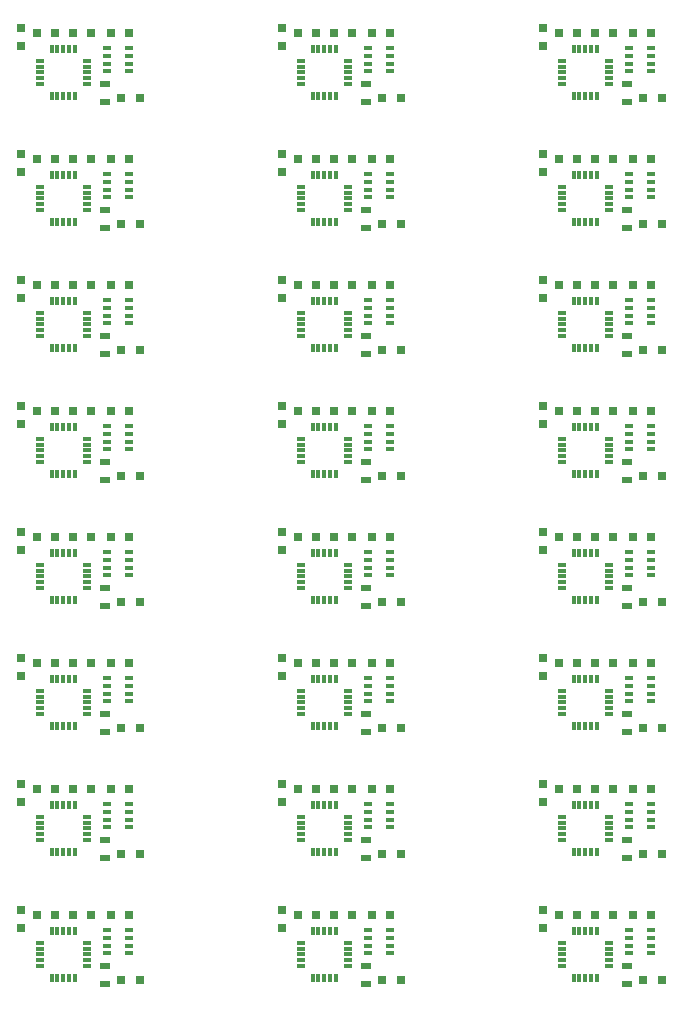
<source format=gbr>
G04 #@! TF.FileFunction,Paste,Top*
%FSLAX46Y46*%
G04 Gerber Fmt 4.6, Leading zero omitted, Abs format (unit mm)*
G04 Created by KiCad (PCBNEW 4.0.5+dfsg1-4) date Sun Jun 17 20:11:44 2018*
%MOMM*%
%LPD*%
G01*
G04 APERTURE LIST*
%ADD10C,0.100000*%
%ADD11R,0.800000X0.750000*%
%ADD12R,0.730000X0.300000*%
%ADD13R,0.300000X0.730000*%
%ADD14R,0.800000X0.350000*%
%ADD15R,0.800000X0.800000*%
%ADD16R,0.900000X0.500000*%
%ADD17R,0.750000X0.800000*%
G04 APERTURE END LIST*
D10*
D11*
X188607000Y-70993000D03*
X190107000Y-70993000D03*
X185547000Y-70992999D03*
X187047000Y-70992999D03*
D12*
X189731000Y-75311000D03*
X189731000Y-74811000D03*
X189731000Y-74311000D03*
X189731000Y-73811000D03*
X189731000Y-73311000D03*
D13*
X188766000Y-72346000D03*
X188266000Y-72346000D03*
X187766000Y-72346000D03*
X187266000Y-72346000D03*
X186766000Y-72346000D03*
D12*
X185801000Y-73311000D03*
X185801000Y-73811000D03*
X185801000Y-74311000D03*
X185801000Y-74811000D03*
X185801000Y-75311000D03*
D13*
X186766000Y-76276000D03*
X187266000Y-76276000D03*
X187766000Y-76276000D03*
X188266000Y-76276000D03*
X188766000Y-76276000D03*
D14*
X191455000Y-73563000D03*
X193355000Y-73563000D03*
X191455000Y-72913000D03*
X193355000Y-72913000D03*
X193355000Y-74213000D03*
X191455000Y-74213000D03*
X191455000Y-72263000D03*
X193355000Y-72263000D03*
D11*
X191782000Y-70993000D03*
X193282000Y-70993000D03*
D15*
X192621000Y-76454000D03*
X194221000Y-76454000D03*
D16*
X191262000Y-76811000D03*
X191262000Y-75311000D03*
D17*
X184150000Y-72082000D03*
X184150000Y-70582000D03*
D14*
X191455000Y-62895000D03*
X193355000Y-62895000D03*
X191455000Y-62245000D03*
X193355000Y-62245000D03*
X193355000Y-63545000D03*
X191455000Y-63545000D03*
X191455000Y-61595000D03*
X193355000Y-61595000D03*
D12*
X189731000Y-64643000D03*
X189731000Y-64143000D03*
X189731000Y-63643000D03*
X189731000Y-63143000D03*
X189731000Y-62643000D03*
D13*
X188766000Y-61678000D03*
X188266000Y-61678000D03*
X187766000Y-61678000D03*
X187266000Y-61678000D03*
X186766000Y-61678000D03*
D12*
X185801000Y-62643000D03*
X185801000Y-63143000D03*
X185801000Y-63643000D03*
X185801000Y-64143000D03*
X185801000Y-64643000D03*
D13*
X186766000Y-65608000D03*
X187266000Y-65608000D03*
X187766000Y-65608000D03*
X188266000Y-65608000D03*
X188766000Y-65608000D03*
D11*
X185547000Y-60324999D03*
X187047000Y-60324999D03*
D15*
X192621000Y-65786000D03*
X194221000Y-65786000D03*
D16*
X191262000Y-66143000D03*
X191262000Y-64643000D03*
D17*
X184150000Y-61414000D03*
X184150000Y-59914000D03*
D11*
X188607000Y-60325000D03*
X190107000Y-60325000D03*
X191782000Y-60325000D03*
X193282000Y-60325000D03*
D12*
X189731000Y-85979000D03*
X189731000Y-85479000D03*
X189731000Y-84979000D03*
X189731000Y-84479000D03*
X189731000Y-83979000D03*
D13*
X188766000Y-83014000D03*
X188266000Y-83014000D03*
X187766000Y-83014000D03*
X187266000Y-83014000D03*
X186766000Y-83014000D03*
D12*
X185801000Y-83979000D03*
X185801000Y-84479000D03*
X185801000Y-84979000D03*
X185801000Y-85479000D03*
X185801000Y-85979000D03*
D13*
X186766000Y-86944000D03*
X187266000Y-86944000D03*
X187766000Y-86944000D03*
X188266000Y-86944000D03*
X188766000Y-86944000D03*
D11*
X185547000Y-81660999D03*
X187047000Y-81660999D03*
X188607000Y-81661000D03*
X190107000Y-81661000D03*
D15*
X192621000Y-87122000D03*
X194221000Y-87122000D03*
D16*
X191262000Y-87479000D03*
X191262000Y-85979000D03*
D14*
X191455000Y-84231000D03*
X193355000Y-84231000D03*
X191455000Y-83581000D03*
X193355000Y-83581000D03*
X193355000Y-84881000D03*
X191455000Y-84881000D03*
X191455000Y-82931000D03*
X193355000Y-82931000D03*
D16*
X191262000Y-98147000D03*
X191262000Y-96647000D03*
D14*
X191455000Y-94899000D03*
X193355000Y-94899000D03*
X191455000Y-94249000D03*
X193355000Y-94249000D03*
X193355000Y-95549000D03*
X191455000Y-95549000D03*
X191455000Y-93599000D03*
X193355000Y-93599000D03*
D15*
X192621000Y-97790000D03*
X194221000Y-97790000D03*
D17*
X184150000Y-93418000D03*
X184150000Y-91918000D03*
D11*
X191782000Y-81661000D03*
X193282000Y-81661000D03*
D17*
X184150000Y-82750000D03*
X184150000Y-81250000D03*
D11*
X188607000Y-92329000D03*
X190107000Y-92329000D03*
X191782000Y-92329000D03*
X193282000Y-92329000D03*
X185547000Y-92328999D03*
X187047000Y-92328999D03*
D12*
X189731000Y-96647000D03*
X189731000Y-96147000D03*
X189731000Y-95647000D03*
X189731000Y-95147000D03*
X189731000Y-94647000D03*
D13*
X188766000Y-93682000D03*
X188266000Y-93682000D03*
X187766000Y-93682000D03*
X187266000Y-93682000D03*
X186766000Y-93682000D03*
D12*
X185801000Y-94647000D03*
X185801000Y-95147000D03*
X185801000Y-95647000D03*
X185801000Y-96147000D03*
X185801000Y-96647000D03*
D13*
X186766000Y-97612000D03*
X187266000Y-97612000D03*
X187766000Y-97612000D03*
X188266000Y-97612000D03*
X188766000Y-97612000D03*
D12*
X189731000Y-117983000D03*
X189731000Y-117483000D03*
X189731000Y-116983000D03*
X189731000Y-116483000D03*
X189731000Y-115983000D03*
D13*
X188766000Y-115018000D03*
X188266000Y-115018000D03*
X187766000Y-115018000D03*
X187266000Y-115018000D03*
X186766000Y-115018000D03*
D12*
X185801000Y-115983000D03*
X185801000Y-116483000D03*
X185801000Y-116983000D03*
X185801000Y-117483000D03*
X185801000Y-117983000D03*
D13*
X186766000Y-118948000D03*
X187266000Y-118948000D03*
X187766000Y-118948000D03*
X188266000Y-118948000D03*
X188766000Y-118948000D03*
D11*
X188607000Y-113665000D03*
X190107000Y-113665000D03*
X185547000Y-113664999D03*
X187047000Y-113664999D03*
D12*
X189731000Y-107315000D03*
X189731000Y-106815000D03*
X189731000Y-106315000D03*
X189731000Y-105815000D03*
X189731000Y-105315000D03*
D13*
X188766000Y-104350000D03*
X188266000Y-104350000D03*
X187766000Y-104350000D03*
X187266000Y-104350000D03*
X186766000Y-104350000D03*
D12*
X185801000Y-105315000D03*
X185801000Y-105815000D03*
X185801000Y-106315000D03*
X185801000Y-106815000D03*
X185801000Y-107315000D03*
D13*
X186766000Y-108280000D03*
X187266000Y-108280000D03*
X187766000Y-108280000D03*
X188266000Y-108280000D03*
X188766000Y-108280000D03*
D11*
X185547000Y-102996999D03*
X187047000Y-102996999D03*
D17*
X184150000Y-104086000D03*
X184150000Y-102586000D03*
D16*
X191262000Y-108815000D03*
X191262000Y-107315000D03*
D14*
X191455000Y-105567000D03*
X193355000Y-105567000D03*
X191455000Y-104917000D03*
X193355000Y-104917000D03*
X193355000Y-106217000D03*
X191455000Y-106217000D03*
X191455000Y-104267000D03*
X193355000Y-104267000D03*
D15*
X192621000Y-108458000D03*
X194221000Y-108458000D03*
D17*
X184150000Y-114754000D03*
X184150000Y-113254000D03*
D11*
X188607000Y-102997000D03*
X190107000Y-102997000D03*
X191782000Y-102997000D03*
X193282000Y-102997000D03*
D15*
X192621000Y-119126000D03*
X194221000Y-119126000D03*
D16*
X191262000Y-119483000D03*
X191262000Y-117983000D03*
D14*
X191455000Y-116235000D03*
X193355000Y-116235000D03*
X191455000Y-115585000D03*
X193355000Y-115585000D03*
X193355000Y-116885000D03*
X191455000Y-116885000D03*
X191455000Y-114935000D03*
X193355000Y-114935000D03*
D11*
X191782000Y-113665000D03*
X193282000Y-113665000D03*
X185547000Y-124332999D03*
X187047000Y-124332999D03*
D12*
X189731000Y-128651000D03*
X189731000Y-128151000D03*
X189731000Y-127651000D03*
X189731000Y-127151000D03*
X189731000Y-126651000D03*
D13*
X188766000Y-125686000D03*
X188266000Y-125686000D03*
X187766000Y-125686000D03*
X187266000Y-125686000D03*
X186766000Y-125686000D03*
D12*
X185801000Y-126651000D03*
X185801000Y-127151000D03*
X185801000Y-127651000D03*
X185801000Y-128151000D03*
X185801000Y-128651000D03*
D13*
X186766000Y-129616000D03*
X187266000Y-129616000D03*
X187766000Y-129616000D03*
X188266000Y-129616000D03*
X188766000Y-129616000D03*
D11*
X188607000Y-124333000D03*
X190107000Y-124333000D03*
D14*
X191455000Y-126903000D03*
X193355000Y-126903000D03*
X191455000Y-126253000D03*
X193355000Y-126253000D03*
X193355000Y-127553000D03*
X191455000Y-127553000D03*
X191455000Y-125603000D03*
X193355000Y-125603000D03*
D16*
X191262000Y-130151000D03*
X191262000Y-128651000D03*
D15*
X192621000Y-129794000D03*
X194221000Y-129794000D03*
X192621000Y-140462000D03*
X194221000Y-140462000D03*
D11*
X191782000Y-135001000D03*
X193282000Y-135001000D03*
D16*
X191262000Y-140819000D03*
X191262000Y-139319000D03*
D14*
X191455000Y-137571000D03*
X193355000Y-137571000D03*
X191455000Y-136921000D03*
X193355000Y-136921000D03*
X193355000Y-138221000D03*
X191455000Y-138221000D03*
X191455000Y-136271000D03*
X193355000Y-136271000D03*
D11*
X185547000Y-135000999D03*
X187047000Y-135000999D03*
D12*
X189731000Y-139319000D03*
X189731000Y-138819000D03*
X189731000Y-138319000D03*
X189731000Y-137819000D03*
X189731000Y-137319000D03*
D13*
X188766000Y-136354000D03*
X188266000Y-136354000D03*
X187766000Y-136354000D03*
X187266000Y-136354000D03*
X186766000Y-136354000D03*
D12*
X185801000Y-137319000D03*
X185801000Y-137819000D03*
X185801000Y-138319000D03*
X185801000Y-138819000D03*
X185801000Y-139319000D03*
D13*
X186766000Y-140284000D03*
X187266000Y-140284000D03*
X187766000Y-140284000D03*
X188266000Y-140284000D03*
X188766000Y-140284000D03*
D11*
X188607000Y-135001000D03*
X190107000Y-135001000D03*
D17*
X184150000Y-136090000D03*
X184150000Y-134590000D03*
X184150000Y-125422000D03*
X184150000Y-123922000D03*
D11*
X191782000Y-124333000D03*
X193282000Y-124333000D03*
D14*
X169357000Y-62895000D03*
X171257000Y-62895000D03*
X169357000Y-62245000D03*
X171257000Y-62245000D03*
X171257000Y-63545000D03*
X169357000Y-63545000D03*
X169357000Y-61595000D03*
X171257000Y-61595000D03*
D11*
X169684000Y-60325000D03*
X171184000Y-60325000D03*
D15*
X170523000Y-65786000D03*
X172123000Y-65786000D03*
D16*
X169164000Y-66143000D03*
X169164000Y-64643000D03*
D17*
X162052000Y-61414000D03*
X162052000Y-59914000D03*
D11*
X163449000Y-60324999D03*
X164949000Y-60324999D03*
D12*
X167633000Y-64643000D03*
X167633000Y-64143000D03*
X167633000Y-63643000D03*
X167633000Y-63143000D03*
X167633000Y-62643000D03*
D13*
X166668000Y-61678000D03*
X166168000Y-61678000D03*
X165668000Y-61678000D03*
X165168000Y-61678000D03*
X164668000Y-61678000D03*
D12*
X163703000Y-62643000D03*
X163703000Y-63143000D03*
X163703000Y-63643000D03*
X163703000Y-64143000D03*
X163703000Y-64643000D03*
D13*
X164668000Y-65608000D03*
X165168000Y-65608000D03*
X165668000Y-65608000D03*
X166168000Y-65608000D03*
X166668000Y-65608000D03*
D11*
X166509000Y-60325000D03*
X168009000Y-60325000D03*
X169684000Y-81661000D03*
X171184000Y-81661000D03*
D15*
X170523000Y-87122000D03*
X172123000Y-87122000D03*
D16*
X169164000Y-87479000D03*
X169164000Y-85979000D03*
D14*
X169357000Y-84231000D03*
X171257000Y-84231000D03*
X169357000Y-83581000D03*
X171257000Y-83581000D03*
X171257000Y-84881000D03*
X169357000Y-84881000D03*
X169357000Y-82931000D03*
X171257000Y-82931000D03*
D12*
X167633000Y-85979000D03*
X167633000Y-85479000D03*
X167633000Y-84979000D03*
X167633000Y-84479000D03*
X167633000Y-83979000D03*
D13*
X166668000Y-83014000D03*
X166168000Y-83014000D03*
X165668000Y-83014000D03*
X165168000Y-83014000D03*
X164668000Y-83014000D03*
D12*
X163703000Y-83979000D03*
X163703000Y-84479000D03*
X163703000Y-84979000D03*
X163703000Y-85479000D03*
X163703000Y-85979000D03*
D13*
X164668000Y-86944000D03*
X165168000Y-86944000D03*
X165668000Y-86944000D03*
X166168000Y-86944000D03*
X166668000Y-86944000D03*
D17*
X162052000Y-82750000D03*
X162052000Y-81250000D03*
D11*
X163449000Y-81660999D03*
X164949000Y-81660999D03*
X166509000Y-81661000D03*
X168009000Y-81661000D03*
D16*
X169164000Y-76811000D03*
X169164000Y-75311000D03*
D15*
X170523000Y-76454000D03*
X172123000Y-76454000D03*
D14*
X169357000Y-73563000D03*
X171257000Y-73563000D03*
X169357000Y-72913000D03*
X171257000Y-72913000D03*
X171257000Y-74213000D03*
X169357000Y-74213000D03*
X169357000Y-72263000D03*
X171257000Y-72263000D03*
D11*
X169684000Y-70993000D03*
X171184000Y-70993000D03*
D17*
X162052000Y-72082000D03*
X162052000Y-70582000D03*
D11*
X163449000Y-70992999D03*
X164949000Y-70992999D03*
X166509000Y-70993000D03*
X168009000Y-70993000D03*
D12*
X167633000Y-75311000D03*
X167633000Y-74811000D03*
X167633000Y-74311000D03*
X167633000Y-73811000D03*
X167633000Y-73311000D03*
D13*
X166668000Y-72346000D03*
X166168000Y-72346000D03*
X165668000Y-72346000D03*
X165168000Y-72346000D03*
X164668000Y-72346000D03*
D12*
X163703000Y-73311000D03*
X163703000Y-73811000D03*
X163703000Y-74311000D03*
X163703000Y-74811000D03*
X163703000Y-75311000D03*
D13*
X164668000Y-76276000D03*
X165168000Y-76276000D03*
X165668000Y-76276000D03*
X166168000Y-76276000D03*
X166668000Y-76276000D03*
D11*
X169684000Y-124333000D03*
X171184000Y-124333000D03*
D15*
X170523000Y-129794000D03*
X172123000Y-129794000D03*
D14*
X169357000Y-126903000D03*
X171257000Y-126903000D03*
X169357000Y-126253000D03*
X171257000Y-126253000D03*
X171257000Y-127553000D03*
X169357000Y-127553000D03*
X169357000Y-125603000D03*
X171257000Y-125603000D03*
D17*
X162052000Y-125422000D03*
X162052000Y-123922000D03*
D11*
X163449000Y-124332999D03*
X164949000Y-124332999D03*
X166509000Y-124333000D03*
X168009000Y-124333000D03*
D12*
X167633000Y-128651000D03*
X167633000Y-128151000D03*
X167633000Y-127651000D03*
X167633000Y-127151000D03*
X167633000Y-126651000D03*
D13*
X166668000Y-125686000D03*
X166168000Y-125686000D03*
X165668000Y-125686000D03*
X165168000Y-125686000D03*
X164668000Y-125686000D03*
D12*
X163703000Y-126651000D03*
X163703000Y-127151000D03*
X163703000Y-127651000D03*
X163703000Y-128151000D03*
X163703000Y-128651000D03*
D13*
X164668000Y-129616000D03*
X165168000Y-129616000D03*
X165668000Y-129616000D03*
X166168000Y-129616000D03*
X166668000Y-129616000D03*
D16*
X169164000Y-130151000D03*
X169164000Y-128651000D03*
D17*
X162052000Y-114754000D03*
X162052000Y-113254000D03*
D12*
X167633000Y-117983000D03*
X167633000Y-117483000D03*
X167633000Y-116983000D03*
X167633000Y-116483000D03*
X167633000Y-115983000D03*
D13*
X166668000Y-115018000D03*
X166168000Y-115018000D03*
X165668000Y-115018000D03*
X165168000Y-115018000D03*
X164668000Y-115018000D03*
D12*
X163703000Y-115983000D03*
X163703000Y-116483000D03*
X163703000Y-116983000D03*
X163703000Y-117483000D03*
X163703000Y-117983000D03*
D13*
X164668000Y-118948000D03*
X165168000Y-118948000D03*
X165668000Y-118948000D03*
X166168000Y-118948000D03*
X166668000Y-118948000D03*
D11*
X163449000Y-113664999D03*
X164949000Y-113664999D03*
X166509000Y-113665000D03*
X168009000Y-113665000D03*
X169684000Y-113665000D03*
X171184000Y-113665000D03*
D14*
X169357000Y-116235000D03*
X171257000Y-116235000D03*
X169357000Y-115585000D03*
X171257000Y-115585000D03*
X171257000Y-116885000D03*
X169357000Y-116885000D03*
X169357000Y-114935000D03*
X171257000Y-114935000D03*
D15*
X170523000Y-119126000D03*
X172123000Y-119126000D03*
D16*
X169164000Y-119483000D03*
X169164000Y-117983000D03*
X169164000Y-140819000D03*
X169164000Y-139319000D03*
D15*
X170523000Y-140462000D03*
X172123000Y-140462000D03*
D11*
X166509000Y-135001000D03*
X168009000Y-135001000D03*
D12*
X167633000Y-139319000D03*
X167633000Y-138819000D03*
X167633000Y-138319000D03*
X167633000Y-137819000D03*
X167633000Y-137319000D03*
D13*
X166668000Y-136354000D03*
X166168000Y-136354000D03*
X165668000Y-136354000D03*
X165168000Y-136354000D03*
X164668000Y-136354000D03*
D12*
X163703000Y-137319000D03*
X163703000Y-137819000D03*
X163703000Y-138319000D03*
X163703000Y-138819000D03*
X163703000Y-139319000D03*
D13*
X164668000Y-140284000D03*
X165168000Y-140284000D03*
X165668000Y-140284000D03*
X166168000Y-140284000D03*
X166668000Y-140284000D03*
D17*
X162052000Y-136090000D03*
X162052000Y-134590000D03*
D11*
X163449000Y-135000999D03*
X164949000Y-135000999D03*
D14*
X169357000Y-137571000D03*
X171257000Y-137571000D03*
X169357000Y-136921000D03*
X171257000Y-136921000D03*
X171257000Y-138221000D03*
X169357000Y-138221000D03*
X169357000Y-136271000D03*
X171257000Y-136271000D03*
D11*
X169684000Y-135001000D03*
X171184000Y-135001000D03*
D16*
X169164000Y-98147000D03*
X169164000Y-96647000D03*
D15*
X170523000Y-97790000D03*
X172123000Y-97790000D03*
D14*
X169357000Y-94899000D03*
X171257000Y-94899000D03*
X169357000Y-94249000D03*
X171257000Y-94249000D03*
X171257000Y-95549000D03*
X169357000Y-95549000D03*
X169357000Y-93599000D03*
X171257000Y-93599000D03*
D11*
X169684000Y-102997000D03*
X171184000Y-102997000D03*
D15*
X170523000Y-108458000D03*
X172123000Y-108458000D03*
D14*
X169357000Y-105567000D03*
X171257000Y-105567000D03*
X169357000Y-104917000D03*
X171257000Y-104917000D03*
X171257000Y-106217000D03*
X169357000Y-106217000D03*
X169357000Y-104267000D03*
X171257000Y-104267000D03*
D11*
X163449000Y-92328999D03*
X164949000Y-92328999D03*
X169684000Y-92329000D03*
X171184000Y-92329000D03*
X166509000Y-92329000D03*
X168009000Y-92329000D03*
D12*
X167633000Y-96647000D03*
X167633000Y-96147000D03*
X167633000Y-95647000D03*
X167633000Y-95147000D03*
X167633000Y-94647000D03*
D13*
X166668000Y-93682000D03*
X166168000Y-93682000D03*
X165668000Y-93682000D03*
X165168000Y-93682000D03*
X164668000Y-93682000D03*
D12*
X163703000Y-94647000D03*
X163703000Y-95147000D03*
X163703000Y-95647000D03*
X163703000Y-96147000D03*
X163703000Y-96647000D03*
D13*
X164668000Y-97612000D03*
X165168000Y-97612000D03*
X165668000Y-97612000D03*
X166168000Y-97612000D03*
X166668000Y-97612000D03*
D11*
X166509000Y-102997000D03*
X168009000Y-102997000D03*
D16*
X169164000Y-108815000D03*
X169164000Y-107315000D03*
D12*
X167633000Y-107315000D03*
X167633000Y-106815000D03*
X167633000Y-106315000D03*
X167633000Y-105815000D03*
X167633000Y-105315000D03*
D13*
X166668000Y-104350000D03*
X166168000Y-104350000D03*
X165668000Y-104350000D03*
X165168000Y-104350000D03*
X164668000Y-104350000D03*
D12*
X163703000Y-105315000D03*
X163703000Y-105815000D03*
X163703000Y-106315000D03*
X163703000Y-106815000D03*
X163703000Y-107315000D03*
D13*
X164668000Y-108280000D03*
X165168000Y-108280000D03*
X165668000Y-108280000D03*
X166168000Y-108280000D03*
X166668000Y-108280000D03*
D11*
X163449000Y-102996999D03*
X164949000Y-102996999D03*
D17*
X162052000Y-104086000D03*
X162052000Y-102586000D03*
X162052000Y-93418000D03*
X162052000Y-91918000D03*
D11*
X144411000Y-60325000D03*
X145911000Y-60325000D03*
X147586000Y-60325000D03*
X149086000Y-60325000D03*
D12*
X145535000Y-64643000D03*
X145535000Y-64143000D03*
X145535000Y-63643000D03*
X145535000Y-63143000D03*
X145535000Y-62643000D03*
D13*
X144570000Y-61678000D03*
X144070000Y-61678000D03*
X143570000Y-61678000D03*
X143070000Y-61678000D03*
X142570000Y-61678000D03*
D12*
X141605000Y-62643000D03*
X141605000Y-63143000D03*
X141605000Y-63643000D03*
X141605000Y-64143000D03*
X141605000Y-64643000D03*
D13*
X142570000Y-65608000D03*
X143070000Y-65608000D03*
X143570000Y-65608000D03*
X144070000Y-65608000D03*
X144570000Y-65608000D03*
D11*
X141351000Y-60324999D03*
X142851000Y-60324999D03*
D15*
X148425000Y-65786000D03*
X150025000Y-65786000D03*
D14*
X147259000Y-62895000D03*
X149159000Y-62895000D03*
X147259000Y-62245000D03*
X149159000Y-62245000D03*
X149159000Y-63545000D03*
X147259000Y-63545000D03*
X147259000Y-61595000D03*
X149159000Y-61595000D03*
D16*
X147066000Y-66143000D03*
X147066000Y-64643000D03*
D17*
X139954000Y-61414000D03*
X139954000Y-59914000D03*
D14*
X147259000Y-73563000D03*
X149159000Y-73563000D03*
X147259000Y-72913000D03*
X149159000Y-72913000D03*
X149159000Y-74213000D03*
X147259000Y-74213000D03*
X147259000Y-72263000D03*
X149159000Y-72263000D03*
D11*
X147586000Y-70993000D03*
X149086000Y-70993000D03*
D16*
X147066000Y-76811000D03*
X147066000Y-75311000D03*
D15*
X148425000Y-76454000D03*
X150025000Y-76454000D03*
D12*
X145535000Y-75311000D03*
X145535000Y-74811000D03*
X145535000Y-74311000D03*
X145535000Y-73811000D03*
X145535000Y-73311000D03*
D13*
X144570000Y-72346000D03*
X144070000Y-72346000D03*
X143570000Y-72346000D03*
X143070000Y-72346000D03*
X142570000Y-72346000D03*
D12*
X141605000Y-73311000D03*
X141605000Y-73811000D03*
X141605000Y-74311000D03*
X141605000Y-74811000D03*
X141605000Y-75311000D03*
D13*
X142570000Y-76276000D03*
X143070000Y-76276000D03*
X143570000Y-76276000D03*
X144070000Y-76276000D03*
X144570000Y-76276000D03*
D11*
X144411000Y-70993000D03*
X145911000Y-70993000D03*
D17*
X139954000Y-72082000D03*
X139954000Y-70582000D03*
D11*
X141351000Y-70992999D03*
X142851000Y-70992999D03*
X141351000Y-81660999D03*
X142851000Y-81660999D03*
D17*
X139954000Y-82750000D03*
X139954000Y-81250000D03*
D12*
X145535000Y-85979000D03*
X145535000Y-85479000D03*
X145535000Y-84979000D03*
X145535000Y-84479000D03*
X145535000Y-83979000D03*
D13*
X144570000Y-83014000D03*
X144070000Y-83014000D03*
X143570000Y-83014000D03*
X143070000Y-83014000D03*
X142570000Y-83014000D03*
D12*
X141605000Y-83979000D03*
X141605000Y-84479000D03*
X141605000Y-84979000D03*
X141605000Y-85479000D03*
X141605000Y-85979000D03*
D13*
X142570000Y-86944000D03*
X143070000Y-86944000D03*
X143570000Y-86944000D03*
X144070000Y-86944000D03*
X144570000Y-86944000D03*
D11*
X144411000Y-81661000D03*
X145911000Y-81661000D03*
D16*
X147066000Y-87479000D03*
X147066000Y-85979000D03*
D15*
X148425000Y-87122000D03*
X150025000Y-87122000D03*
D14*
X147259000Y-84231000D03*
X149159000Y-84231000D03*
X147259000Y-83581000D03*
X149159000Y-83581000D03*
X149159000Y-84881000D03*
X147259000Y-84881000D03*
X147259000Y-82931000D03*
X149159000Y-82931000D03*
D11*
X147586000Y-81661000D03*
X149086000Y-81661000D03*
X144411000Y-92329000D03*
X145911000Y-92329000D03*
X141351000Y-92328999D03*
X142851000Y-92328999D03*
D17*
X139954000Y-93418000D03*
X139954000Y-91918000D03*
D12*
X145535000Y-96647000D03*
X145535000Y-96147000D03*
X145535000Y-95647000D03*
X145535000Y-95147000D03*
X145535000Y-94647000D03*
D13*
X144570000Y-93682000D03*
X144070000Y-93682000D03*
X143570000Y-93682000D03*
X143070000Y-93682000D03*
X142570000Y-93682000D03*
D12*
X141605000Y-94647000D03*
X141605000Y-95147000D03*
X141605000Y-95647000D03*
X141605000Y-96147000D03*
X141605000Y-96647000D03*
D13*
X142570000Y-97612000D03*
X143070000Y-97612000D03*
X143570000Y-97612000D03*
X144070000Y-97612000D03*
X144570000Y-97612000D03*
D15*
X148425000Y-97790000D03*
X150025000Y-97790000D03*
D16*
X147066000Y-98147000D03*
X147066000Y-96647000D03*
D14*
X147259000Y-94899000D03*
X149159000Y-94899000D03*
X147259000Y-94249000D03*
X149159000Y-94249000D03*
X149159000Y-95549000D03*
X147259000Y-95549000D03*
X147259000Y-93599000D03*
X149159000Y-93599000D03*
D11*
X147586000Y-92329000D03*
X149086000Y-92329000D03*
X144411000Y-102997000D03*
X145911000Y-102997000D03*
D12*
X145535000Y-107315000D03*
X145535000Y-106815000D03*
X145535000Y-106315000D03*
X145535000Y-105815000D03*
X145535000Y-105315000D03*
D13*
X144570000Y-104350000D03*
X144070000Y-104350000D03*
X143570000Y-104350000D03*
X143070000Y-104350000D03*
X142570000Y-104350000D03*
D12*
X141605000Y-105315000D03*
X141605000Y-105815000D03*
X141605000Y-106315000D03*
X141605000Y-106815000D03*
X141605000Y-107315000D03*
D13*
X142570000Y-108280000D03*
X143070000Y-108280000D03*
X143570000Y-108280000D03*
X144070000Y-108280000D03*
X144570000Y-108280000D03*
D11*
X141351000Y-102996999D03*
X142851000Y-102996999D03*
X144411000Y-113665000D03*
X145911000Y-113665000D03*
X141351000Y-113664999D03*
X142851000Y-113664999D03*
D17*
X139954000Y-114754000D03*
X139954000Y-113254000D03*
D12*
X145535000Y-117983000D03*
X145535000Y-117483000D03*
X145535000Y-116983000D03*
X145535000Y-116483000D03*
X145535000Y-115983000D03*
D13*
X144570000Y-115018000D03*
X144070000Y-115018000D03*
X143570000Y-115018000D03*
X143070000Y-115018000D03*
X142570000Y-115018000D03*
D12*
X141605000Y-115983000D03*
X141605000Y-116483000D03*
X141605000Y-116983000D03*
X141605000Y-117483000D03*
X141605000Y-117983000D03*
D13*
X142570000Y-118948000D03*
X143070000Y-118948000D03*
X143570000Y-118948000D03*
X144070000Y-118948000D03*
X144570000Y-118948000D03*
D11*
X147586000Y-102997000D03*
X149086000Y-102997000D03*
D15*
X148425000Y-108458000D03*
X150025000Y-108458000D03*
D14*
X147259000Y-105567000D03*
X149159000Y-105567000D03*
X147259000Y-104917000D03*
X149159000Y-104917000D03*
X149159000Y-106217000D03*
X147259000Y-106217000D03*
X147259000Y-104267000D03*
X149159000Y-104267000D03*
D16*
X147066000Y-108815000D03*
X147066000Y-107315000D03*
D17*
X139954000Y-104086000D03*
X139954000Y-102586000D03*
D15*
X148425000Y-119126000D03*
X150025000Y-119126000D03*
D16*
X147066000Y-119483000D03*
X147066000Y-117983000D03*
D14*
X147259000Y-116235000D03*
X149159000Y-116235000D03*
X147259000Y-115585000D03*
X149159000Y-115585000D03*
X149159000Y-116885000D03*
X147259000Y-116885000D03*
X147259000Y-114935000D03*
X149159000Y-114935000D03*
D11*
X147586000Y-113665000D03*
X149086000Y-113665000D03*
D16*
X147066000Y-130151000D03*
X147066000Y-128651000D03*
D15*
X148425000Y-129794000D03*
X150025000Y-129794000D03*
D11*
X144411000Y-124333000D03*
X145911000Y-124333000D03*
D12*
X145535000Y-128651000D03*
X145535000Y-128151000D03*
X145535000Y-127651000D03*
X145535000Y-127151000D03*
X145535000Y-126651000D03*
D13*
X144570000Y-125686000D03*
X144070000Y-125686000D03*
X143570000Y-125686000D03*
X143070000Y-125686000D03*
X142570000Y-125686000D03*
D12*
X141605000Y-126651000D03*
X141605000Y-127151000D03*
X141605000Y-127651000D03*
X141605000Y-128151000D03*
X141605000Y-128651000D03*
D13*
X142570000Y-129616000D03*
X143070000Y-129616000D03*
X143570000Y-129616000D03*
X144070000Y-129616000D03*
X144570000Y-129616000D03*
D11*
X147586000Y-124333000D03*
X149086000Y-124333000D03*
X141351000Y-124332999D03*
X142851000Y-124332999D03*
D14*
X147259000Y-126903000D03*
X149159000Y-126903000D03*
X147259000Y-126253000D03*
X149159000Y-126253000D03*
X149159000Y-127553000D03*
X147259000Y-127553000D03*
X147259000Y-125603000D03*
X149159000Y-125603000D03*
D17*
X139954000Y-125422000D03*
X139954000Y-123922000D03*
D12*
X145535000Y-139319000D03*
X145535000Y-138819000D03*
X145535000Y-138319000D03*
X145535000Y-137819000D03*
X145535000Y-137319000D03*
D13*
X144570000Y-136354000D03*
X144070000Y-136354000D03*
X143570000Y-136354000D03*
X143070000Y-136354000D03*
X142570000Y-136354000D03*
D12*
X141605000Y-137319000D03*
X141605000Y-137819000D03*
X141605000Y-138319000D03*
X141605000Y-138819000D03*
X141605000Y-139319000D03*
D13*
X142570000Y-140284000D03*
X143070000Y-140284000D03*
X143570000Y-140284000D03*
X144070000Y-140284000D03*
X144570000Y-140284000D03*
D14*
X147259000Y-137571000D03*
X149159000Y-137571000D03*
X147259000Y-136921000D03*
X149159000Y-136921000D03*
X149159000Y-138221000D03*
X147259000Y-138221000D03*
X147259000Y-136271000D03*
X149159000Y-136271000D03*
D11*
X144411000Y-135001000D03*
X145911000Y-135001000D03*
X141351000Y-135000999D03*
X142851000Y-135000999D03*
D15*
X148425000Y-140462000D03*
X150025000Y-140462000D03*
D11*
X147586000Y-135001000D03*
X149086000Y-135001000D03*
D16*
X147066000Y-140819000D03*
X147066000Y-139319000D03*
D17*
X139954000Y-136090000D03*
X139954000Y-134590000D03*
M02*

</source>
